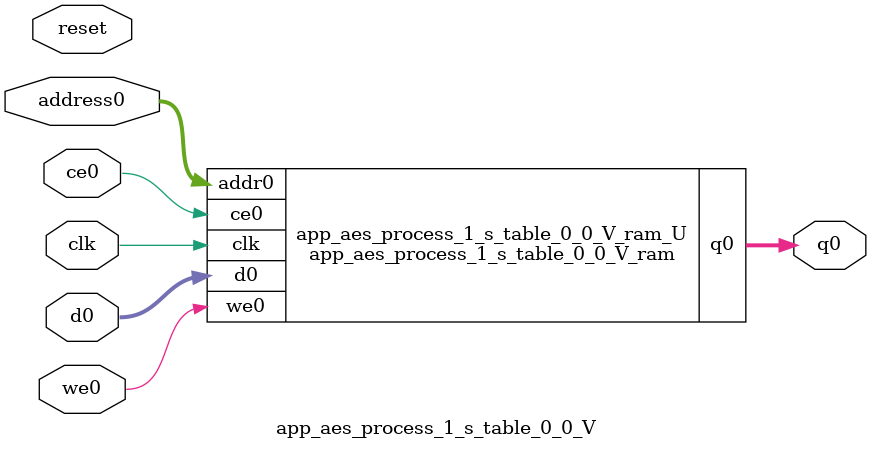
<source format=v>

`timescale 1 ns / 1 ps
module app_aes_process_1_s_table_0_0_V_ram (addr0, ce0, d0, we0, q0,  clk);

parameter DWIDTH = 8;
parameter AWIDTH = 6;
parameter MEM_SIZE = 64;

input[AWIDTH-1:0] addr0;
input ce0;
input[DWIDTH-1:0] d0;
input we0;
output reg[DWIDTH-1:0] q0;
input clk;

(* ram_style = "distributed" *)reg [DWIDTH-1:0] ram[0:MEM_SIZE-1];




always @(posedge clk)  
begin 
    if (ce0) 
    begin
        if (we0) 
        begin 
            ram[addr0] <= d0; 
            q0 <= d0;
        end 
        else 
            q0 <= ram[addr0];
    end
end


endmodule


`timescale 1 ns / 1 ps
module app_aes_process_1_s_table_0_0_V(
    reset,
    clk,
    address0,
    ce0,
    we0,
    d0,
    q0);

parameter DataWidth = 32'd8;
parameter AddressRange = 32'd64;
parameter AddressWidth = 32'd6;
input reset;
input clk;
input[AddressWidth - 1:0] address0;
input ce0;
input we0;
input[DataWidth - 1:0] d0;
output[DataWidth - 1:0] q0;



app_aes_process_1_s_table_0_0_V_ram app_aes_process_1_s_table_0_0_V_ram_U(
    .clk( clk ),
    .addr0( address0 ),
    .ce0( ce0 ),
    .d0( d0 ),
    .we0( we0 ),
    .q0( q0 ));

endmodule


</source>
